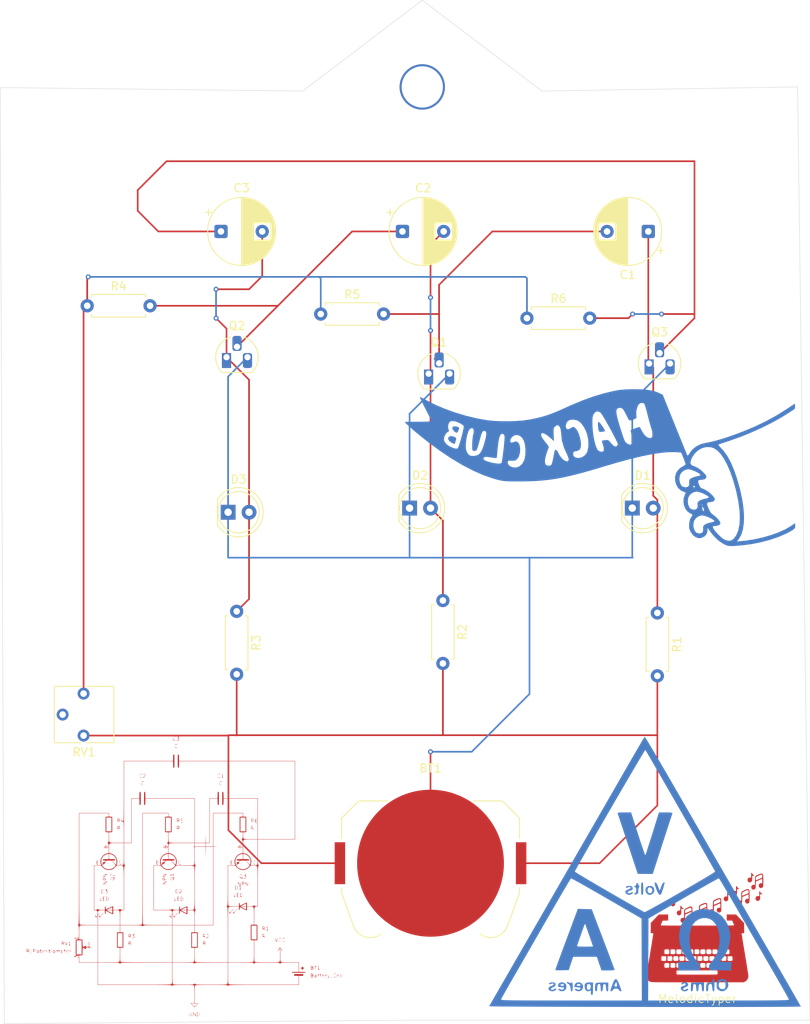
<source format=kicad_pcb>
(kicad_pcb (version 20241229) (generator "pcbnew") (generator_version "9.0")
  (layers (0 "F.Cu" signal) (2 "B.Cu" signal) (13 "F.Paste" user) (15 "B.Paste" user) (5 "F.SilkS" user "F.Silkscreen") (7 "B.SilkS" user "B.Silkscreen") (1 "F.Mask" user) (3 "B.Mask" user) (25 "Edge.Cuts" user))
  (net 0 "")
  (net 1 "VCC")
  (net 2 "GND")
  (net 3 "Net-(Q1-B)")
  (net 4 "Net-(D1-A)")
  (net 5 "Net-(Q2-B)")
  (net 6 "Net-(D2-A)")
  (net 7 "Net-(Q3-B)")
  (net 8 "Net-(D3-A)")
  (net 9 "Net-(R4-Pad1)")
  (footprint "Resistor_THT:R_Axial_DIN0207_L6.3mm_D2.5mm_P7.62mm_Horizontal" (layer "F.Cu") (at 173 113.19 -90)
    (property "Reference" "R2")
    (property "Value" "R")
  )
  (footprint "Package_TO_SOT_THT:TO-92L_HandSolder" (layer "F.Cu") (at 171.27 85.73)
    (property "Reference" "Q1")
    (property "Value" "NPN")
  )
  (footprint "LED_THT:LED_D5.0mm" (layer "F.Cu") (at 168.96 102)
    (property "Reference" "D2")
    (property "Value" "LED")
  )
  (footprint "LOGO" (layer "F.Cu") (at 142 146.5)
    (property "Reference" "G***" (hide yes))
    (property "Value" "LOGO" (hide yes))
  )
  (footprint "Resistor_THT:R_Axial_DIN0207_L6.3mm_D2.5mm_P7.62mm_Horizontal" (layer "F.Cu") (at 129.88 77.5)
    (property "Reference" "R4")
    (property "Value" "R")
  )
  (footprint "Resistor_THT:R_Axial_DIN0207_L6.3mm_D2.5mm_P7.62mm_Horizontal" (layer "F.Cu") (at 148 114.5 -90)
    (property "Reference" "R3")
    (property "Value" "R")
  )
  (footprint "Potentiometer_THT:Potentiometer_Vishay_T73YP_Vertical" (layer "F.Cu") (at 129.44 124.46 180)
    (property "Reference" "RV1")
    (property "Value" "R_Potentiometer")
  )
  (footprint "Capacitor_THT:CP_Radial_D8.0mm_P5.00mm" (layer "F.Cu") (at 146.097349 68.5)
    (property "Reference" "C3")
    (property "Value" "C")
  )
  (footprint "LED_THT:LED_D5.0mm" (layer "F.Cu") (at 146.96 102.5)
    (property "Reference" "D3")
    (property "Value" "LED")
  )
  (footprint "Capacitor_THT:CP_Radial_D8.0mm_P5.00mm" (layer "F.Cu") (at 197.902651 68.5 180)
    (property "Reference" "C1")
    (property "Value" "C")
  )
  (footprint "LED_THT:LED_D5.0mm" (layer "F.Cu") (at 195.96 102)
    (property "Reference" "D1")
    (property "Value" "LED")
  )
  (footprint "Resistor_THT:R_Axial_DIN0207_L6.3mm_D2.5mm_P7.62mm_Horizontal" (layer "F.Cu") (at 183.19 79)
    (property "Reference" "R6")
    (property "Value" "R")
  )
  (footprint "Capacitor_THT:CP_Radial_D8.0mm_P5.00mm" (layer "F.Cu") (at 168.097349 68.5)
    (property "Reference" "C2")
    (property "Value" "C")
  )
  (footprint "Package_TO_SOT_THT:TO-92L_HandSolder" (layer "F.Cu") (at 146.77 83.73)
    (property "Reference" "Q2")
    (property "Value" "NPN")
  )
  (footprint "Resistor_THT:R_Axial_DIN0207_L6.3mm_D2.5mm_P7.62mm_Horizontal" (layer "F.Cu") (at 199 114.69 -90)
    (property "Reference" "R1")
    (property "Value" "R")
  )
  (footprint "Package_TO_SOT_THT:TO-92L_HandSolder" (layer "F.Cu") (at 198 84.5)
    (property "Reference" "Q3")
    (property "Value" "NPN")
  )
  (footprint "Resistor_THT:R_Axial_DIN0207_L6.3mm_D2.5mm_P7.62mm_Horizontal" (layer "F.Cu") (at 158.19 78.5)
    (property "Reference" "R5")
    (property "Value" "R")
  )
  (footprint "LOGO" (layer "F.Cu") (at 204.5 153.5)
    (property "Reference" "G***" (hide yes))
    (property "Value" "LOGO" (hide yes))
  )
  (footprint "Battery:BatteryHolder_Keystone_3034_1x20mm" (layer "F.Cu") (at 171.5 145)
    (property "Reference" "BT1")
    (property "Value" "Battery_Cell")
  )
  (footprint "LOGO" (layer "B.Cu") (at 197.5 146 180)
    (property "Reference" "G***" (hide yes))
    (property "Value" "LOGO" (hide yes))
  )
  (footprint "LOGO" (layer "B.Cu") (at 192 97 180)
    (property "Reference" "G***" (hide yes))
    (property "Value" "LOGO" (hide yes))
  )
  (gr_poly (pts (xy 217.5 164) (xy 216 51) (xy 185 51.5) (xy 170.5 40.5) (xy 156 51.5) (xy 119.332957 51.079928) (xy 119.832303 164.431296) (xy 169 164) (xy 170 164)) (stroke (width 0.05)) (fill no) (layer "Edge.Cuts"))
  (gr_text "MelodicTyper" (at 199 162 0) (layer "F.SilkS") (effects (font (size 1 1) (thickness 0.1)) (justify left bottom)))
  (via (at 170.5 51) (size 5.5) (drill 5) (layers "F.Cu" "B.Cu") (net 0))
  (segment (start 146.96 129.54) (end 129.44 129.54) (width 0.2) (layer "F.Cu") (net 1))
  (segment (start 199 138) (end 199 130) (width 0.2) (layer "F.Cu") (net 1))
  (segment (start 147 141) (end 147 129.5) (width 0.2) (layer "F.Cu") (net 1))
  (segment (start 160.515 145) (end 151 145) (width 0.2) (layer "F.Cu") (net 1))
  (segment (start 192 145) (end 199 138) (width 0.2) (layer "F.Cu") (net 1))
  (segment (start 147 129.5) (end 146.96 129.54) (width 0.2) (layer "F.Cu") (net 1))
  (segment (start 173 120.81) (end 173 129.5) (width 0.2) (layer "F.Cu") (net 1))
  (segment (start 199 130) (end 199 129.5) (width 0.2) (layer "F.Cu") (net 1))
  (segment (start 148 129.5) (end 148 122.12) (width 0.2) (layer "F.Cu") (net 1))
  (segment (start 151 145) (end 147 141) (width 0.2) (layer "F.Cu") (net 1))
  (segment (start 199 129.5) (end 199 122.31) (width 0.2) (layer "F.Cu") (net 1))
  (segment (start 148 129.5) (end 147.96 129.54) (width 0.2) (layer "F.Cu") (net 1))
  (segment (start 173 129.5) (end 199 129.5) (width 0.2) (layer "F.Cu") (net 1))
  (segment (start 182.485 145) (end 192 145) (width 0.2) (layer "F.Cu") (net 1))
  (segment (start 147 129.5) (end 173 129.5) (width 0.2) (layer "F.Cu") (net 1))
  (segment (start 171.5 145) (end 171.5 131.5) (width 0.2) (layer "F.Cu") (net 2))
  (via (at 171.5 131.5) (size 0.6) (drill 0.3) (layers "F.Cu" "B.Cu") (net 2))
  (segment (start 149.31 83.73) (end 146.96 86.08) (width 0.2) (layer "B.Cu") (net 2))
  (segment (start 195.96 107.96) (end 195.96 102) (width 0.2) (layer "B.Cu") (net 2))
  (segment (start 183.5 108) (end 196 108) (width 0.2) (layer "B.Cu") (net 2))
  (segment (start 146.96 107.96) (end 146.96 102.5) (width 0.2) (layer "B.Cu") (net 2))
  (segment (start 183.5 124.5) (end 183.5 108) (width 0.2) (layer "B.Cu") (net 2))
  (segment (start 146.96 86.08) (end 146.96 102.5) (width 0.2) (layer "B.Cu") (net 2))
  (segment (start 195.96 89.08) (end 200.54 84.5) (width 0.2) (layer "B.Cu") (net 2))
  (segment (start 196 108) (end 195.96 107.96) (width 0.2) (layer "B.Cu") (net 2))
  (segment (start 183.5 108) (end 169 108) (width 0.2) (layer "B.Cu") (net 2))
  (segment (start 173.81 85.73) (end 168.96 90.58) (width 0.2) (layer "B.Cu") (net 2))
  (segment (start 169 108) (end 168.96 107.96) (width 0.2) (layer "B.Cu") (net 2))
  (segment (start 168.96 107.96) (end 168.96 102) (width 0.2) (layer "B.Cu") (net 2))
  (segment (start 195.96 102) (end 195.96 89.08) (width 0.2) (layer "B.Cu") (net 2))
  (segment (start 171.5 131.5) (end 176.5 131.5) (width 0.2) (layer "B.Cu") (net 2))
  (segment (start 147 108) (end 146.96 107.96) (width 0.2) (layer "B.Cu") (net 2))
  (segment (start 168.96 90.58) (end 168.96 102) (width 0.2) (layer "B.Cu") (net 2))
  (segment (start 169 108) (end 147 108) (width 0.2) (layer "B.Cu") (net 2))
  (segment (start 176.5 131.5) (end 183.5 124.5) (width 0.2) (layer "B.Cu") (net 2))
  (segment (start 172 83.92) (end 172.54 84.46) (width 0.2) (layer "F.Cu") (net 3))
  (segment (start 172.54 74.96) (end 172.54 78.5) (width 0.2) (layer "F.Cu") (net 3))
  (segment (start 179 68.5) (end 172.54 74.96) (width 0.2) (layer "F.Cu") (net 3))
  (segment (start 172.54 78.5) (end 172.54 84.46) (width 0.2) (layer "F.Cu") (net 3))
  (segment (start 165.81 78.5) (end 172.54 78.5) (width 0.2) (layer "F.Cu") (net 3))
  (segment (start 192.902651 68.5) (end 179 68.5) (width 0.2) (layer "F.Cu") (net 3))
  (segment (start 198.5 85) (end 198 84.5) (width 0.2) (layer "F.Cu") (net 4))
  (segment (start 198.5 100.5) (end 198.5 85) (width 0.2) (layer "F.Cu") (net 4))
  (segment (start 198 84.5) (end 197.902651 84.402651) (width 0.2) (layer "F.Cu") (net 4))
  (segment (start 199 114.69) (end 199 101) (width 0.2) (layer "F.Cu") (net 4))
  (segment (start 199 101) (end 198.5 100.5) (width 0.2) (layer "F.Cu") (net 4))
  (segment (start 197.902651 84.402651) (end 197.902651 68.5) (width 0.2) (layer "F.Cu") (net 4))
  (segment (start 137.5 77.5) (end 153 77.5) (width 0.2) (layer "F.Cu") (net 5))
  (segment (start 153 77.5) (end 148.04 82.46) (width 0.2) (layer "F.Cu") (net 5))
  (segment (start 168.097349 68.5) (end 162 68.5) (width 0.2) (layer "F.Cu") (net 5))
  (segment (start 162 68.5) (end 153 77.5) (width 0.2) (layer "F.Cu") (net 5))
  (segment (start 171.27 85.73) (end 171.5 85.5) (width 0.2) (layer "F.Cu") (net 6))
  (segment (start 171.5 70.097349) (end 173.097349 68.5) (width 0.2) (layer "F.Cu") (net 6))
  (segment (start 173 103.5) (end 171.5 102) (width 0.2) (layer "F.Cu") (net 6))
  (segment (start 171.5 102) (end 171.5 85.96) (width 0.2) (layer "F.Cu") (net 6))
  (segment (start 171.5 76.5) (end 171.5 70.097349) (width 0.2) (layer "F.Cu") (net 6))
  (segment (start 171.5 85.5) (end 171.5 80.5) (width 0.2) (layer "F.Cu") (net 6))
  (segment (start 171.5 85.96) (end 171.27 85.73) (width 0.2) (layer "F.Cu") (net 6))
  (segment (start 173 113.19) (end 173 103.5) (width 0.2) (layer "F.Cu") (net 6))
  (via (at 171.5 80.5) (size 0.6) (drill 0.3) (layers "F.Cu" "B.Cu") (net 6))
  (via (at 171.5 76.5) (size 0.6) (drill 0.3) (layers "F.Cu" "B.Cu") (net 6))
  (segment (start 171.5 80.5) (end 171.5 76.5) (width 0.2) (layer "B.Cu") (net 6))
  (segment (start 136 63.5) (end 139.5 60) (width 0.2) (layer "F.Cu") (net 7))
  (segment (start 203.5 79) (end 199.27 83.23) (width 0.2) (layer "F.Cu") (net 7))
  (segment (start 199.5 78.5) (end 203.5 78.5) (width 0.2) (layer "F.Cu") (net 7))
  (segment (start 203.5 78.5) (end 203.5 79) (width 0.2) (layer "F.Cu") (net 7))
  (segment (start 195.5 79) (end 196 78.5) (width 0.2) (layer "F.Cu") (net 7))
  (segment (start 139.5 60) (end 203.5 60) (width 0.2) (layer "F.Cu") (net 7))
  (segment (start 190.81 79) (end 195.5 79) (width 0.2) (layer "F.Cu") (net 7))
  (segment (start 138.5 68.5) (end 136 66) (width 0.2) (layer "F.Cu") (net 7))
  (segment (start 136 66) (end 136 63.5) (width 0.2) (layer "F.Cu") (net 7))
  (segment (start 146.097349 68.5) (end 138.5 68.5) (width 0.2) (layer "F.Cu") (net 7))
  (segment (start 203.5 60) (end 203.5 78.5) (width 0.2) (layer "F.Cu") (net 7))
  (via (at 199.5 78.5) (size 0.6) (drill 0.3) (layers "F.Cu" "B.Cu") (net 7))
  (via (at 196 78.5) (size 0.6) (drill 0.3) (layers "F.Cu" "B.Cu") (net 7))
  (segment (start 196 78.5) (end 199.5 78.5) (width 0.2) (layer "B.Cu") (net 7))
  (segment (start 149.5 113) (end 149.5 102.5) (width 0.2) (layer "F.Cu") (net 8))
  (segment (start 149.5 86.46) (end 146.77 83.73) (width 0.2) (layer "F.Cu") (net 8))
  (segment (start 146.77 80.27) (end 145.5 79) (width 0.2) (layer "F.Cu") (net 8))
  (segment (start 151.097349 73.902651) (end 151.097349 68.5) (width 0.2) (layer "F.Cu") (net 8))
  (segment (start 146.77 83.73) (end 146.77 80.27) (width 0.2) (layer "F.Cu") (net 8))
  (segment (start 149.5 75.5) (end 151.097349 73.902651) (width 0.2) (layer "F.Cu") (net 8))
  (segment (start 148 114.5) (end 149.5 113) (width 0.2) (layer "F.Cu") (net 8))
  (segment (start 149.5 102.5) (end 149.5 86.46) (width 0.2) (layer "F.Cu") (net 8))
  (segment (start 145.5 75.5) (end 149.5 75.5) (width 0.2) (layer "F.Cu") (net 8))
  (via (at 145.5 75.5) (size 0.6) (drill 0.3) (layers "F.Cu" "B.Cu") (net 8))
  (via (at 145.5 79) (size 0.6) (drill 0.3) (layers "F.Cu" "B.Cu") (net 8))
  (segment (start 145.5 79) (end 145.5 75.5) (width 0.2) (layer "B.Cu") (net 8))
  (segment (start 129.88 74.12) (end 130 74) (width 0.2) (layer "F.Cu") (net 9))
  (segment (start 129.44 77.94) (end 129.88 77.5) (width 0.2) (layer "F.Cu") (net 9))
  (segment (start 129.44 124.46) (end 129.44 77.94) (width 0.2) (layer "F.Cu") (net 9))
  (segment (start 129.88 77.5) (end 129.88 74.12) (width 0.2) (layer "F.Cu") (net 9))
  (via (at 130 74) (size 0.6) (drill 0.3) (layers "F.Cu" "B.Cu") (net 9))
  (segment (start 183.19 74.19) (end 183 74) (width 0.2) (layer "B.Cu") (net 9))
  (segment (start 130 74) (end 158 74) (width 0.2) (layer "B.Cu") (net 9))
  (segment (start 158.19 74.19) (end 158 74) (width 0.2) (layer "B.Cu") (net 9))
  (segment (start 158 74) (end 183 74) (width 0.2) (layer "B.Cu") (net 9))
  (segment (start 183.19 79) (end 183.19 74.19) (width 0.2) (layer "B.Cu") (net 9))
  (segment (start 158.19 78.5) (end 158.19 74.19) (width 0.2) (layer "B.Cu") (net 9))
)
</source>
